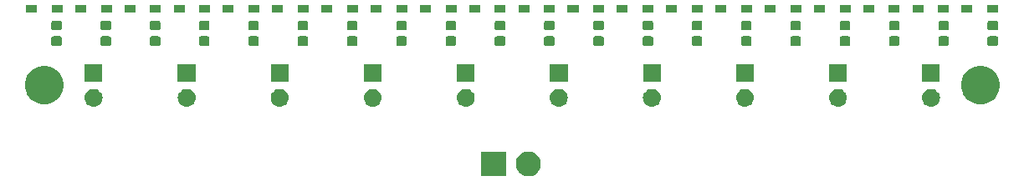
<source format=gbr>
G04 #@! TF.GenerationSoftware,KiCad,Pcbnew,(5.1.4)-1*
G04 #@! TF.CreationDate,2020-01-13T14:58:16-05:00*
G04 #@! TF.ProjectId,IRPanel,49525061-6e65-46c2-9e6b-696361645f70,rev?*
G04 #@! TF.SameCoordinates,Original*
G04 #@! TF.FileFunction,Soldermask,Top*
G04 #@! TF.FilePolarity,Negative*
%FSLAX46Y46*%
G04 Gerber Fmt 4.6, Leading zero omitted, Abs format (unit mm)*
G04 Created by KiCad (PCBNEW (5.1.4)-1) date 2020-01-13 14:58:16*
%MOMM*%
%LPD*%
G04 APERTURE LIST*
%ADD10C,0.100000*%
G04 APERTURE END LIST*
D10*
G36*
X154864903Y-91547075D02*
G01*
X155092571Y-91641378D01*
X155297466Y-91778285D01*
X155471715Y-91952534D01*
X155608622Y-92157429D01*
X155702925Y-92385097D01*
X155751000Y-92626787D01*
X155751000Y-92873213D01*
X155702925Y-93114903D01*
X155608622Y-93342571D01*
X155471715Y-93547466D01*
X155297466Y-93721715D01*
X155092571Y-93858622D01*
X155092570Y-93858623D01*
X155092569Y-93858623D01*
X154864903Y-93952925D01*
X154623214Y-94001000D01*
X154376786Y-94001000D01*
X154135097Y-93952925D01*
X153907431Y-93858623D01*
X153907430Y-93858623D01*
X153907429Y-93858622D01*
X153702534Y-93721715D01*
X153528285Y-93547466D01*
X153391378Y-93342571D01*
X153297075Y-93114903D01*
X153249000Y-92873213D01*
X153249000Y-92626787D01*
X153297075Y-92385097D01*
X153391378Y-92157429D01*
X153528285Y-91952534D01*
X153702534Y-91778285D01*
X153907429Y-91641378D01*
X154135097Y-91547075D01*
X154376786Y-91499000D01*
X154623214Y-91499000D01*
X154864903Y-91547075D01*
X154864903Y-91547075D01*
G37*
G36*
X152251000Y-94001000D02*
G01*
X149749000Y-94001000D01*
X149749000Y-91499000D01*
X152251000Y-91499000D01*
X152251000Y-94001000D01*
X152251000Y-94001000D01*
G37*
G36*
X176527104Y-85145518D02*
G01*
X176593289Y-85152037D01*
X176763128Y-85203557D01*
X176919653Y-85287222D01*
X176955391Y-85316552D01*
X177056848Y-85399814D01*
X177140110Y-85501271D01*
X177169440Y-85537009D01*
X177253105Y-85693534D01*
X177304625Y-85863373D01*
X177322021Y-86040000D01*
X177304625Y-86216627D01*
X177253105Y-86386466D01*
X177169440Y-86542991D01*
X177140110Y-86578729D01*
X177056848Y-86680186D01*
X176955391Y-86763448D01*
X176919653Y-86792778D01*
X176763128Y-86876443D01*
X176593289Y-86927963D01*
X176527104Y-86934482D01*
X176460922Y-86941000D01*
X176372402Y-86941000D01*
X176306220Y-86934482D01*
X176240035Y-86927963D01*
X176070196Y-86876443D01*
X175913671Y-86792778D01*
X175877933Y-86763448D01*
X175776476Y-86680186D01*
X175693214Y-86578729D01*
X175663884Y-86542991D01*
X175580219Y-86386466D01*
X175528699Y-86216627D01*
X175511303Y-86040000D01*
X175528699Y-85863373D01*
X175580219Y-85693534D01*
X175663884Y-85537009D01*
X175693214Y-85501271D01*
X175776476Y-85399814D01*
X175877933Y-85316552D01*
X175913671Y-85287222D01*
X176070196Y-85203557D01*
X176240035Y-85152037D01*
X176306220Y-85145518D01*
X176372402Y-85139000D01*
X176460922Y-85139000D01*
X176527104Y-85145518D01*
X176527104Y-85145518D01*
G37*
G36*
X157693772Y-85145518D02*
G01*
X157759957Y-85152037D01*
X157929796Y-85203557D01*
X158086321Y-85287222D01*
X158122059Y-85316552D01*
X158223516Y-85399814D01*
X158306778Y-85501271D01*
X158336108Y-85537009D01*
X158419773Y-85693534D01*
X158471293Y-85863373D01*
X158488689Y-86040000D01*
X158471293Y-86216627D01*
X158419773Y-86386466D01*
X158336108Y-86542991D01*
X158306778Y-86578729D01*
X158223516Y-86680186D01*
X158122059Y-86763448D01*
X158086321Y-86792778D01*
X157929796Y-86876443D01*
X157759957Y-86927963D01*
X157693772Y-86934482D01*
X157627590Y-86941000D01*
X157539070Y-86941000D01*
X157472888Y-86934482D01*
X157406703Y-86927963D01*
X157236864Y-86876443D01*
X157080339Y-86792778D01*
X157044601Y-86763448D01*
X156943144Y-86680186D01*
X156859882Y-86578729D01*
X156830552Y-86542991D01*
X156746887Y-86386466D01*
X156695367Y-86216627D01*
X156677971Y-86040000D01*
X156695367Y-85863373D01*
X156746887Y-85693534D01*
X156830552Y-85537009D01*
X156859882Y-85501271D01*
X156943144Y-85399814D01*
X157044601Y-85316552D01*
X157080339Y-85287222D01*
X157236864Y-85203557D01*
X157406703Y-85152037D01*
X157472888Y-85145518D01*
X157539070Y-85139000D01*
X157627590Y-85139000D01*
X157693772Y-85145518D01*
X157693772Y-85145518D01*
G37*
G36*
X110610442Y-85145518D02*
G01*
X110676627Y-85152037D01*
X110846466Y-85203557D01*
X111002991Y-85287222D01*
X111038729Y-85316552D01*
X111140186Y-85399814D01*
X111223448Y-85501271D01*
X111252778Y-85537009D01*
X111336443Y-85693534D01*
X111387963Y-85863373D01*
X111405359Y-86040000D01*
X111387963Y-86216627D01*
X111336443Y-86386466D01*
X111252778Y-86542991D01*
X111223448Y-86578729D01*
X111140186Y-86680186D01*
X111038729Y-86763448D01*
X111002991Y-86792778D01*
X110846466Y-86876443D01*
X110676627Y-86927963D01*
X110610442Y-86934482D01*
X110544260Y-86941000D01*
X110455740Y-86941000D01*
X110389558Y-86934482D01*
X110323373Y-86927963D01*
X110153534Y-86876443D01*
X109997009Y-86792778D01*
X109961271Y-86763448D01*
X109859814Y-86680186D01*
X109776552Y-86578729D01*
X109747222Y-86542991D01*
X109663557Y-86386466D01*
X109612037Y-86216627D01*
X109594641Y-86040000D01*
X109612037Y-85863373D01*
X109663557Y-85693534D01*
X109747222Y-85537009D01*
X109776552Y-85501271D01*
X109859814Y-85399814D01*
X109961271Y-85316552D01*
X109997009Y-85287222D01*
X110153534Y-85203557D01*
X110323373Y-85152037D01*
X110389558Y-85145518D01*
X110455740Y-85139000D01*
X110544260Y-85139000D01*
X110610442Y-85145518D01*
X110610442Y-85145518D01*
G37*
G36*
X120027108Y-85145518D02*
G01*
X120093293Y-85152037D01*
X120263132Y-85203557D01*
X120419657Y-85287222D01*
X120455395Y-85316552D01*
X120556852Y-85399814D01*
X120640114Y-85501271D01*
X120669444Y-85537009D01*
X120753109Y-85693534D01*
X120804629Y-85863373D01*
X120822025Y-86040000D01*
X120804629Y-86216627D01*
X120753109Y-86386466D01*
X120669444Y-86542991D01*
X120640114Y-86578729D01*
X120556852Y-86680186D01*
X120455395Y-86763448D01*
X120419657Y-86792778D01*
X120263132Y-86876443D01*
X120093293Y-86927963D01*
X120027108Y-86934482D01*
X119960926Y-86941000D01*
X119872406Y-86941000D01*
X119806224Y-86934482D01*
X119740039Y-86927963D01*
X119570200Y-86876443D01*
X119413675Y-86792778D01*
X119377937Y-86763448D01*
X119276480Y-86680186D01*
X119193218Y-86578729D01*
X119163888Y-86542991D01*
X119080223Y-86386466D01*
X119028703Y-86216627D01*
X119011307Y-86040000D01*
X119028703Y-85863373D01*
X119080223Y-85693534D01*
X119163888Y-85537009D01*
X119193218Y-85501271D01*
X119276480Y-85399814D01*
X119377937Y-85316552D01*
X119413675Y-85287222D01*
X119570200Y-85203557D01*
X119740039Y-85152037D01*
X119806224Y-85145518D01*
X119872406Y-85139000D01*
X119960926Y-85139000D01*
X120027108Y-85145518D01*
X120027108Y-85145518D01*
G37*
G36*
X185943770Y-85145518D02*
G01*
X186009955Y-85152037D01*
X186179794Y-85203557D01*
X186336319Y-85287222D01*
X186372057Y-85316552D01*
X186473514Y-85399814D01*
X186556776Y-85501271D01*
X186586106Y-85537009D01*
X186669771Y-85693534D01*
X186721291Y-85863373D01*
X186738687Y-86040000D01*
X186721291Y-86216627D01*
X186669771Y-86386466D01*
X186586106Y-86542991D01*
X186556776Y-86578729D01*
X186473514Y-86680186D01*
X186372057Y-86763448D01*
X186336319Y-86792778D01*
X186179794Y-86876443D01*
X186009955Y-86927963D01*
X185943770Y-86934482D01*
X185877588Y-86941000D01*
X185789068Y-86941000D01*
X185722886Y-86934482D01*
X185656701Y-86927963D01*
X185486862Y-86876443D01*
X185330337Y-86792778D01*
X185294599Y-86763448D01*
X185193142Y-86680186D01*
X185109880Y-86578729D01*
X185080550Y-86542991D01*
X184996885Y-86386466D01*
X184945365Y-86216627D01*
X184927969Y-86040000D01*
X184945365Y-85863373D01*
X184996885Y-85693534D01*
X185080550Y-85537009D01*
X185109880Y-85501271D01*
X185193142Y-85399814D01*
X185294599Y-85316552D01*
X185330337Y-85287222D01*
X185486862Y-85203557D01*
X185656701Y-85152037D01*
X185722886Y-85145518D01*
X185789068Y-85139000D01*
X185877588Y-85139000D01*
X185943770Y-85145518D01*
X185943770Y-85145518D01*
G37*
G36*
X195360442Y-85145518D02*
G01*
X195426627Y-85152037D01*
X195596466Y-85203557D01*
X195752991Y-85287222D01*
X195788729Y-85316552D01*
X195890186Y-85399814D01*
X195973448Y-85501271D01*
X196002778Y-85537009D01*
X196086443Y-85693534D01*
X196137963Y-85863373D01*
X196155359Y-86040000D01*
X196137963Y-86216627D01*
X196086443Y-86386466D01*
X196002778Y-86542991D01*
X195973448Y-86578729D01*
X195890186Y-86680186D01*
X195788729Y-86763448D01*
X195752991Y-86792778D01*
X195596466Y-86876443D01*
X195426627Y-86927963D01*
X195360442Y-86934482D01*
X195294260Y-86941000D01*
X195205740Y-86941000D01*
X195139558Y-86934482D01*
X195073373Y-86927963D01*
X194903534Y-86876443D01*
X194747009Y-86792778D01*
X194711271Y-86763448D01*
X194609814Y-86680186D01*
X194526552Y-86578729D01*
X194497222Y-86542991D01*
X194413557Y-86386466D01*
X194362037Y-86216627D01*
X194344641Y-86040000D01*
X194362037Y-85863373D01*
X194413557Y-85693534D01*
X194497222Y-85537009D01*
X194526552Y-85501271D01*
X194609814Y-85399814D01*
X194711271Y-85316552D01*
X194747009Y-85287222D01*
X194903534Y-85203557D01*
X195073373Y-85152037D01*
X195139558Y-85145518D01*
X195205740Y-85139000D01*
X195294260Y-85139000D01*
X195360442Y-85145518D01*
X195360442Y-85145518D01*
G37*
G36*
X148277106Y-85145518D02*
G01*
X148343291Y-85152037D01*
X148513130Y-85203557D01*
X148669655Y-85287222D01*
X148705393Y-85316552D01*
X148806850Y-85399814D01*
X148890112Y-85501271D01*
X148919442Y-85537009D01*
X149003107Y-85693534D01*
X149054627Y-85863373D01*
X149072023Y-86040000D01*
X149054627Y-86216627D01*
X149003107Y-86386466D01*
X148919442Y-86542991D01*
X148890112Y-86578729D01*
X148806850Y-86680186D01*
X148705393Y-86763448D01*
X148669655Y-86792778D01*
X148513130Y-86876443D01*
X148343291Y-86927963D01*
X148277106Y-86934482D01*
X148210924Y-86941000D01*
X148122404Y-86941000D01*
X148056222Y-86934482D01*
X147990037Y-86927963D01*
X147820198Y-86876443D01*
X147663673Y-86792778D01*
X147627935Y-86763448D01*
X147526478Y-86680186D01*
X147443216Y-86578729D01*
X147413886Y-86542991D01*
X147330221Y-86386466D01*
X147278701Y-86216627D01*
X147261305Y-86040000D01*
X147278701Y-85863373D01*
X147330221Y-85693534D01*
X147413886Y-85537009D01*
X147443216Y-85501271D01*
X147526478Y-85399814D01*
X147627935Y-85316552D01*
X147663673Y-85287222D01*
X147820198Y-85203557D01*
X147990037Y-85152037D01*
X148056222Y-85145518D01*
X148122404Y-85139000D01*
X148210924Y-85139000D01*
X148277106Y-85145518D01*
X148277106Y-85145518D01*
G37*
G36*
X129443774Y-85145518D02*
G01*
X129509959Y-85152037D01*
X129679798Y-85203557D01*
X129836323Y-85287222D01*
X129872061Y-85316552D01*
X129973518Y-85399814D01*
X130056780Y-85501271D01*
X130086110Y-85537009D01*
X130169775Y-85693534D01*
X130221295Y-85863373D01*
X130238691Y-86040000D01*
X130221295Y-86216627D01*
X130169775Y-86386466D01*
X130086110Y-86542991D01*
X130056780Y-86578729D01*
X129973518Y-86680186D01*
X129872061Y-86763448D01*
X129836323Y-86792778D01*
X129679798Y-86876443D01*
X129509959Y-86927963D01*
X129443774Y-86934482D01*
X129377592Y-86941000D01*
X129289072Y-86941000D01*
X129222890Y-86934482D01*
X129156705Y-86927963D01*
X128986866Y-86876443D01*
X128830341Y-86792778D01*
X128794603Y-86763448D01*
X128693146Y-86680186D01*
X128609884Y-86578729D01*
X128580554Y-86542991D01*
X128496889Y-86386466D01*
X128445369Y-86216627D01*
X128427973Y-86040000D01*
X128445369Y-85863373D01*
X128496889Y-85693534D01*
X128580554Y-85537009D01*
X128609884Y-85501271D01*
X128693146Y-85399814D01*
X128794603Y-85316552D01*
X128830341Y-85287222D01*
X128986866Y-85203557D01*
X129156705Y-85152037D01*
X129222890Y-85145518D01*
X129289072Y-85139000D01*
X129377592Y-85139000D01*
X129443774Y-85145518D01*
X129443774Y-85145518D01*
G37*
G36*
X138860440Y-85145518D02*
G01*
X138926625Y-85152037D01*
X139096464Y-85203557D01*
X139252989Y-85287222D01*
X139288727Y-85316552D01*
X139390184Y-85399814D01*
X139473446Y-85501271D01*
X139502776Y-85537009D01*
X139586441Y-85693534D01*
X139637961Y-85863373D01*
X139655357Y-86040000D01*
X139637961Y-86216627D01*
X139586441Y-86386466D01*
X139502776Y-86542991D01*
X139473446Y-86578729D01*
X139390184Y-86680186D01*
X139288727Y-86763448D01*
X139252989Y-86792778D01*
X139096464Y-86876443D01*
X138926625Y-86927963D01*
X138860440Y-86934482D01*
X138794258Y-86941000D01*
X138705738Y-86941000D01*
X138639556Y-86934482D01*
X138573371Y-86927963D01*
X138403532Y-86876443D01*
X138247007Y-86792778D01*
X138211269Y-86763448D01*
X138109812Y-86680186D01*
X138026550Y-86578729D01*
X137997220Y-86542991D01*
X137913555Y-86386466D01*
X137862035Y-86216627D01*
X137844639Y-86040000D01*
X137862035Y-85863373D01*
X137913555Y-85693534D01*
X137997220Y-85537009D01*
X138026550Y-85501271D01*
X138109812Y-85399814D01*
X138211269Y-85316552D01*
X138247007Y-85287222D01*
X138403532Y-85203557D01*
X138573371Y-85152037D01*
X138639556Y-85145518D01*
X138705738Y-85139000D01*
X138794258Y-85139000D01*
X138860440Y-85145518D01*
X138860440Y-85145518D01*
G37*
G36*
X167110438Y-85145518D02*
G01*
X167176623Y-85152037D01*
X167346462Y-85203557D01*
X167502987Y-85287222D01*
X167538725Y-85316552D01*
X167640182Y-85399814D01*
X167723444Y-85501271D01*
X167752774Y-85537009D01*
X167836439Y-85693534D01*
X167887959Y-85863373D01*
X167905355Y-86040000D01*
X167887959Y-86216627D01*
X167836439Y-86386466D01*
X167752774Y-86542991D01*
X167723444Y-86578729D01*
X167640182Y-86680186D01*
X167538725Y-86763448D01*
X167502987Y-86792778D01*
X167346462Y-86876443D01*
X167176623Y-86927963D01*
X167110438Y-86934482D01*
X167044256Y-86941000D01*
X166955736Y-86941000D01*
X166889554Y-86934482D01*
X166823369Y-86927963D01*
X166653530Y-86876443D01*
X166497005Y-86792778D01*
X166461267Y-86763448D01*
X166359810Y-86680186D01*
X166276548Y-86578729D01*
X166247218Y-86542991D01*
X166163553Y-86386466D01*
X166112033Y-86216627D01*
X166094637Y-86040000D01*
X166112033Y-85863373D01*
X166163553Y-85693534D01*
X166247218Y-85537009D01*
X166276548Y-85501271D01*
X166359810Y-85399814D01*
X166461267Y-85316552D01*
X166497005Y-85287222D01*
X166653530Y-85203557D01*
X166823369Y-85152037D01*
X166889554Y-85145518D01*
X166955736Y-85139000D01*
X167044256Y-85139000D01*
X167110438Y-85145518D01*
X167110438Y-85145518D01*
G37*
G36*
X106069085Y-82873975D02*
G01*
X106424143Y-83021045D01*
X106424145Y-83021046D01*
X106743690Y-83234559D01*
X107015441Y-83506310D01*
X107228954Y-83825855D01*
X107228955Y-83825857D01*
X107376025Y-84180915D01*
X107451000Y-84557842D01*
X107451000Y-84942158D01*
X107376025Y-85319085D01*
X107285757Y-85537011D01*
X107228954Y-85674145D01*
X107015441Y-85993690D01*
X106743690Y-86265441D01*
X106424145Y-86478954D01*
X106424144Y-86478955D01*
X106424143Y-86478955D01*
X106069085Y-86626025D01*
X105692158Y-86701000D01*
X105307842Y-86701000D01*
X104930915Y-86626025D01*
X104575857Y-86478955D01*
X104575856Y-86478955D01*
X104575855Y-86478954D01*
X104256310Y-86265441D01*
X103984559Y-85993690D01*
X103771046Y-85674145D01*
X103714243Y-85537011D01*
X103623975Y-85319085D01*
X103549000Y-84942158D01*
X103549000Y-84557842D01*
X103623975Y-84180915D01*
X103771045Y-83825857D01*
X103771046Y-83825855D01*
X103984559Y-83506310D01*
X104256310Y-83234559D01*
X104575855Y-83021046D01*
X104575857Y-83021045D01*
X104930915Y-82873975D01*
X105307842Y-82799000D01*
X105692158Y-82799000D01*
X106069085Y-82873975D01*
X106069085Y-82873975D01*
G37*
G36*
X200819085Y-82873975D02*
G01*
X201174143Y-83021045D01*
X201174145Y-83021046D01*
X201493690Y-83234559D01*
X201765441Y-83506310D01*
X201978954Y-83825855D01*
X201978955Y-83825857D01*
X202126025Y-84180915D01*
X202201000Y-84557842D01*
X202201000Y-84942158D01*
X202126025Y-85319085D01*
X202035757Y-85537011D01*
X201978954Y-85674145D01*
X201765441Y-85993690D01*
X201493690Y-86265441D01*
X201174145Y-86478954D01*
X201174144Y-86478955D01*
X201174143Y-86478955D01*
X200819085Y-86626025D01*
X200442158Y-86701000D01*
X200057842Y-86701000D01*
X199680915Y-86626025D01*
X199325857Y-86478955D01*
X199325856Y-86478955D01*
X199325855Y-86478954D01*
X199006310Y-86265441D01*
X198734559Y-85993690D01*
X198521046Y-85674145D01*
X198464243Y-85537011D01*
X198373975Y-85319085D01*
X198299000Y-84942158D01*
X198299000Y-84557842D01*
X198373975Y-84180915D01*
X198521045Y-83825857D01*
X198521046Y-83825855D01*
X198734559Y-83506310D01*
X199006310Y-83234559D01*
X199325855Y-83021046D01*
X199325857Y-83021045D01*
X199680915Y-82873975D01*
X200057842Y-82799000D01*
X200442158Y-82799000D01*
X200819085Y-82873975D01*
X200819085Y-82873975D01*
G37*
G36*
X177317662Y-84401000D02*
G01*
X175515662Y-84401000D01*
X175515662Y-82599000D01*
X177317662Y-82599000D01*
X177317662Y-84401000D01*
X177317662Y-84401000D01*
G37*
G36*
X111401000Y-84401000D02*
G01*
X109599000Y-84401000D01*
X109599000Y-82599000D01*
X111401000Y-82599000D01*
X111401000Y-84401000D01*
X111401000Y-84401000D01*
G37*
G36*
X120817666Y-84401000D02*
G01*
X119015666Y-84401000D01*
X119015666Y-82599000D01*
X120817666Y-82599000D01*
X120817666Y-84401000D01*
X120817666Y-84401000D01*
G37*
G36*
X139650998Y-84401000D02*
G01*
X137848998Y-84401000D01*
X137848998Y-82599000D01*
X139650998Y-82599000D01*
X139650998Y-84401000D01*
X139650998Y-84401000D01*
G37*
G36*
X130234332Y-84401000D02*
G01*
X128432332Y-84401000D01*
X128432332Y-82599000D01*
X130234332Y-82599000D01*
X130234332Y-84401000D01*
X130234332Y-84401000D01*
G37*
G36*
X186734328Y-84401000D02*
G01*
X184932328Y-84401000D01*
X184932328Y-82599000D01*
X186734328Y-82599000D01*
X186734328Y-84401000D01*
X186734328Y-84401000D01*
G37*
G36*
X196151000Y-84401000D02*
G01*
X194349000Y-84401000D01*
X194349000Y-82599000D01*
X196151000Y-82599000D01*
X196151000Y-84401000D01*
X196151000Y-84401000D01*
G37*
G36*
X167900996Y-84401000D02*
G01*
X166098996Y-84401000D01*
X166098996Y-82599000D01*
X167900996Y-82599000D01*
X167900996Y-84401000D01*
X167900996Y-84401000D01*
G37*
G36*
X149067664Y-84401000D02*
G01*
X147265664Y-84401000D01*
X147265664Y-82599000D01*
X149067664Y-82599000D01*
X149067664Y-84401000D01*
X149067664Y-84401000D01*
G37*
G36*
X158484330Y-84401000D02*
G01*
X156682330Y-84401000D01*
X156682330Y-82599000D01*
X158484330Y-82599000D01*
X158484330Y-84401000D01*
X158484330Y-84401000D01*
G37*
G36*
X171958537Y-79803085D02*
G01*
X171992515Y-79813393D01*
X172023836Y-79830134D01*
X172051285Y-79852661D01*
X172073812Y-79880110D01*
X172090553Y-79911431D01*
X172100861Y-79945409D01*
X172104946Y-79986890D01*
X172104946Y-80588110D01*
X172100861Y-80629591D01*
X172090553Y-80663569D01*
X172073812Y-80694890D01*
X172051285Y-80722339D01*
X172023836Y-80744866D01*
X171992515Y-80761607D01*
X171958537Y-80771915D01*
X171917056Y-80776000D01*
X171240836Y-80776000D01*
X171199355Y-80771915D01*
X171165377Y-80761607D01*
X171134056Y-80744866D01*
X171106607Y-80722339D01*
X171084080Y-80694890D01*
X171067339Y-80663569D01*
X171057031Y-80629591D01*
X171052946Y-80588110D01*
X171052946Y-79986890D01*
X171057031Y-79945409D01*
X171067339Y-79911431D01*
X171084080Y-79880110D01*
X171106607Y-79852661D01*
X171134056Y-79830134D01*
X171165377Y-79813393D01*
X171199355Y-79803085D01*
X171240836Y-79799000D01*
X171917056Y-79799000D01*
X171958537Y-79803085D01*
X171958537Y-79803085D01*
G37*
G36*
X107129591Y-79803085D02*
G01*
X107163569Y-79813393D01*
X107194890Y-79830134D01*
X107222339Y-79852661D01*
X107244866Y-79880110D01*
X107261607Y-79911431D01*
X107271915Y-79945409D01*
X107276000Y-79986890D01*
X107276000Y-80588110D01*
X107271915Y-80629591D01*
X107261607Y-80663569D01*
X107244866Y-80694890D01*
X107222339Y-80722339D01*
X107194890Y-80744866D01*
X107163569Y-80761607D01*
X107129591Y-80771915D01*
X107088110Y-80776000D01*
X106411890Y-80776000D01*
X106370409Y-80771915D01*
X106336431Y-80761607D01*
X106305110Y-80744866D01*
X106277661Y-80722339D01*
X106255134Y-80694890D01*
X106238393Y-80663569D01*
X106228085Y-80629591D01*
X106224000Y-80588110D01*
X106224000Y-79986890D01*
X106228085Y-79945409D01*
X106238393Y-79911431D01*
X106255134Y-79880110D01*
X106277661Y-79852661D01*
X106305110Y-79830134D01*
X106336431Y-79813393D01*
X106370409Y-79803085D01*
X106411890Y-79799000D01*
X107088110Y-79799000D01*
X107129591Y-79803085D01*
X107129591Y-79803085D01*
G37*
G36*
X112116433Y-79803085D02*
G01*
X112150411Y-79813393D01*
X112181732Y-79830134D01*
X112209181Y-79852661D01*
X112231708Y-79880110D01*
X112248449Y-79911431D01*
X112258757Y-79945409D01*
X112262842Y-79986890D01*
X112262842Y-80588110D01*
X112258757Y-80629591D01*
X112248449Y-80663569D01*
X112231708Y-80694890D01*
X112209181Y-80722339D01*
X112181732Y-80744866D01*
X112150411Y-80761607D01*
X112116433Y-80771915D01*
X112074952Y-80776000D01*
X111398732Y-80776000D01*
X111357251Y-80771915D01*
X111323273Y-80761607D01*
X111291952Y-80744866D01*
X111264503Y-80722339D01*
X111241976Y-80694890D01*
X111225235Y-80663569D01*
X111214927Y-80629591D01*
X111210842Y-80588110D01*
X111210842Y-79986890D01*
X111214927Y-79945409D01*
X111225235Y-79911431D01*
X111241976Y-79880110D01*
X111264503Y-79852661D01*
X111291952Y-79830134D01*
X111323273Y-79813393D01*
X111357251Y-79803085D01*
X111398732Y-79799000D01*
X112074952Y-79799000D01*
X112116433Y-79803085D01*
X112116433Y-79803085D01*
G37*
G36*
X117103275Y-79803085D02*
G01*
X117137253Y-79813393D01*
X117168574Y-79830134D01*
X117196023Y-79852661D01*
X117218550Y-79880110D01*
X117235291Y-79911431D01*
X117245599Y-79945409D01*
X117249684Y-79986890D01*
X117249684Y-80588110D01*
X117245599Y-80629591D01*
X117235291Y-80663569D01*
X117218550Y-80694890D01*
X117196023Y-80722339D01*
X117168574Y-80744866D01*
X117137253Y-80761607D01*
X117103275Y-80771915D01*
X117061794Y-80776000D01*
X116385574Y-80776000D01*
X116344093Y-80771915D01*
X116310115Y-80761607D01*
X116278794Y-80744866D01*
X116251345Y-80722339D01*
X116228818Y-80694890D01*
X116212077Y-80663569D01*
X116201769Y-80629591D01*
X116197684Y-80588110D01*
X116197684Y-79986890D01*
X116201769Y-79945409D01*
X116212077Y-79911431D01*
X116228818Y-79880110D01*
X116251345Y-79852661D01*
X116278794Y-79830134D01*
X116310115Y-79813393D01*
X116344093Y-79803085D01*
X116385574Y-79799000D01*
X117061794Y-79799000D01*
X117103275Y-79803085D01*
X117103275Y-79803085D01*
G37*
G36*
X122090117Y-79803085D02*
G01*
X122124095Y-79813393D01*
X122155416Y-79830134D01*
X122182865Y-79852661D01*
X122205392Y-79880110D01*
X122222133Y-79911431D01*
X122232441Y-79945409D01*
X122236526Y-79986890D01*
X122236526Y-80588110D01*
X122232441Y-80629591D01*
X122222133Y-80663569D01*
X122205392Y-80694890D01*
X122182865Y-80722339D01*
X122155416Y-80744866D01*
X122124095Y-80761607D01*
X122090117Y-80771915D01*
X122048636Y-80776000D01*
X121372416Y-80776000D01*
X121330935Y-80771915D01*
X121296957Y-80761607D01*
X121265636Y-80744866D01*
X121238187Y-80722339D01*
X121215660Y-80694890D01*
X121198919Y-80663569D01*
X121188611Y-80629591D01*
X121184526Y-80588110D01*
X121184526Y-79986890D01*
X121188611Y-79945409D01*
X121198919Y-79911431D01*
X121215660Y-79880110D01*
X121238187Y-79852661D01*
X121265636Y-79830134D01*
X121296957Y-79813393D01*
X121330935Y-79803085D01*
X121372416Y-79799000D01*
X122048636Y-79799000D01*
X122090117Y-79803085D01*
X122090117Y-79803085D01*
G37*
G36*
X127076959Y-79803085D02*
G01*
X127110937Y-79813393D01*
X127142258Y-79830134D01*
X127169707Y-79852661D01*
X127192234Y-79880110D01*
X127208975Y-79911431D01*
X127219283Y-79945409D01*
X127223368Y-79986890D01*
X127223368Y-80588110D01*
X127219283Y-80629591D01*
X127208975Y-80663569D01*
X127192234Y-80694890D01*
X127169707Y-80722339D01*
X127142258Y-80744866D01*
X127110937Y-80761607D01*
X127076959Y-80771915D01*
X127035478Y-80776000D01*
X126359258Y-80776000D01*
X126317777Y-80771915D01*
X126283799Y-80761607D01*
X126252478Y-80744866D01*
X126225029Y-80722339D01*
X126202502Y-80694890D01*
X126185761Y-80663569D01*
X126175453Y-80629591D01*
X126171368Y-80588110D01*
X126171368Y-79986890D01*
X126175453Y-79945409D01*
X126185761Y-79911431D01*
X126202502Y-79880110D01*
X126225029Y-79852661D01*
X126252478Y-79830134D01*
X126283799Y-79813393D01*
X126317777Y-79803085D01*
X126359258Y-79799000D01*
X127035478Y-79799000D01*
X127076959Y-79803085D01*
X127076959Y-79803085D01*
G37*
G36*
X132063801Y-79803085D02*
G01*
X132097779Y-79813393D01*
X132129100Y-79830134D01*
X132156549Y-79852661D01*
X132179076Y-79880110D01*
X132195817Y-79911431D01*
X132206125Y-79945409D01*
X132210210Y-79986890D01*
X132210210Y-80588110D01*
X132206125Y-80629591D01*
X132195817Y-80663569D01*
X132179076Y-80694890D01*
X132156549Y-80722339D01*
X132129100Y-80744866D01*
X132097779Y-80761607D01*
X132063801Y-80771915D01*
X132022320Y-80776000D01*
X131346100Y-80776000D01*
X131304619Y-80771915D01*
X131270641Y-80761607D01*
X131239320Y-80744866D01*
X131211871Y-80722339D01*
X131189344Y-80694890D01*
X131172603Y-80663569D01*
X131162295Y-80629591D01*
X131158210Y-80588110D01*
X131158210Y-79986890D01*
X131162295Y-79945409D01*
X131172603Y-79911431D01*
X131189344Y-79880110D01*
X131211871Y-79852661D01*
X131239320Y-79830134D01*
X131270641Y-79813393D01*
X131304619Y-79803085D01*
X131346100Y-79799000D01*
X132022320Y-79799000D01*
X132063801Y-79803085D01*
X132063801Y-79803085D01*
G37*
G36*
X137050643Y-79803085D02*
G01*
X137084621Y-79813393D01*
X137115942Y-79830134D01*
X137143391Y-79852661D01*
X137165918Y-79880110D01*
X137182659Y-79911431D01*
X137192967Y-79945409D01*
X137197052Y-79986890D01*
X137197052Y-80588110D01*
X137192967Y-80629591D01*
X137182659Y-80663569D01*
X137165918Y-80694890D01*
X137143391Y-80722339D01*
X137115942Y-80744866D01*
X137084621Y-80761607D01*
X137050643Y-80771915D01*
X137009162Y-80776000D01*
X136332942Y-80776000D01*
X136291461Y-80771915D01*
X136257483Y-80761607D01*
X136226162Y-80744866D01*
X136198713Y-80722339D01*
X136176186Y-80694890D01*
X136159445Y-80663569D01*
X136149137Y-80629591D01*
X136145052Y-80588110D01*
X136145052Y-79986890D01*
X136149137Y-79945409D01*
X136159445Y-79911431D01*
X136176186Y-79880110D01*
X136198713Y-79852661D01*
X136226162Y-79830134D01*
X136257483Y-79813393D01*
X136291461Y-79803085D01*
X136332942Y-79799000D01*
X137009162Y-79799000D01*
X137050643Y-79803085D01*
X137050643Y-79803085D01*
G37*
G36*
X142037485Y-79803085D02*
G01*
X142071463Y-79813393D01*
X142102784Y-79830134D01*
X142130233Y-79852661D01*
X142152760Y-79880110D01*
X142169501Y-79911431D01*
X142179809Y-79945409D01*
X142183894Y-79986890D01*
X142183894Y-80588110D01*
X142179809Y-80629591D01*
X142169501Y-80663569D01*
X142152760Y-80694890D01*
X142130233Y-80722339D01*
X142102784Y-80744866D01*
X142071463Y-80761607D01*
X142037485Y-80771915D01*
X141996004Y-80776000D01*
X141319784Y-80776000D01*
X141278303Y-80771915D01*
X141244325Y-80761607D01*
X141213004Y-80744866D01*
X141185555Y-80722339D01*
X141163028Y-80694890D01*
X141146287Y-80663569D01*
X141135979Y-80629591D01*
X141131894Y-80588110D01*
X141131894Y-79986890D01*
X141135979Y-79945409D01*
X141146287Y-79911431D01*
X141163028Y-79880110D01*
X141185555Y-79852661D01*
X141213004Y-79830134D01*
X141244325Y-79813393D01*
X141278303Y-79803085D01*
X141319784Y-79799000D01*
X141996004Y-79799000D01*
X142037485Y-79803085D01*
X142037485Y-79803085D01*
G37*
G36*
X147024327Y-79803085D02*
G01*
X147058305Y-79813393D01*
X147089626Y-79830134D01*
X147117075Y-79852661D01*
X147139602Y-79880110D01*
X147156343Y-79911431D01*
X147166651Y-79945409D01*
X147170736Y-79986890D01*
X147170736Y-80588110D01*
X147166651Y-80629591D01*
X147156343Y-80663569D01*
X147139602Y-80694890D01*
X147117075Y-80722339D01*
X147089626Y-80744866D01*
X147058305Y-80761607D01*
X147024327Y-80771915D01*
X146982846Y-80776000D01*
X146306626Y-80776000D01*
X146265145Y-80771915D01*
X146231167Y-80761607D01*
X146199846Y-80744866D01*
X146172397Y-80722339D01*
X146149870Y-80694890D01*
X146133129Y-80663569D01*
X146122821Y-80629591D01*
X146118736Y-80588110D01*
X146118736Y-79986890D01*
X146122821Y-79945409D01*
X146133129Y-79911431D01*
X146149870Y-79880110D01*
X146172397Y-79852661D01*
X146199846Y-79830134D01*
X146231167Y-79813393D01*
X146265145Y-79803085D01*
X146306626Y-79799000D01*
X146982846Y-79799000D01*
X147024327Y-79803085D01*
X147024327Y-79803085D01*
G37*
G36*
X156998011Y-79803085D02*
G01*
X157031989Y-79813393D01*
X157063310Y-79830134D01*
X157090759Y-79852661D01*
X157113286Y-79880110D01*
X157130027Y-79911431D01*
X157140335Y-79945409D01*
X157144420Y-79986890D01*
X157144420Y-80588110D01*
X157140335Y-80629591D01*
X157130027Y-80663569D01*
X157113286Y-80694890D01*
X157090759Y-80722339D01*
X157063310Y-80744866D01*
X157031989Y-80761607D01*
X156998011Y-80771915D01*
X156956530Y-80776000D01*
X156280310Y-80776000D01*
X156238829Y-80771915D01*
X156204851Y-80761607D01*
X156173530Y-80744866D01*
X156146081Y-80722339D01*
X156123554Y-80694890D01*
X156106813Y-80663569D01*
X156096505Y-80629591D01*
X156092420Y-80588110D01*
X156092420Y-79986890D01*
X156096505Y-79945409D01*
X156106813Y-79911431D01*
X156123554Y-79880110D01*
X156146081Y-79852661D01*
X156173530Y-79830134D01*
X156204851Y-79813393D01*
X156238829Y-79803085D01*
X156280310Y-79799000D01*
X156956530Y-79799000D01*
X156998011Y-79803085D01*
X156998011Y-79803085D01*
G37*
G36*
X161984853Y-79803085D02*
G01*
X162018831Y-79813393D01*
X162050152Y-79830134D01*
X162077601Y-79852661D01*
X162100128Y-79880110D01*
X162116869Y-79911431D01*
X162127177Y-79945409D01*
X162131262Y-79986890D01*
X162131262Y-80588110D01*
X162127177Y-80629591D01*
X162116869Y-80663569D01*
X162100128Y-80694890D01*
X162077601Y-80722339D01*
X162050152Y-80744866D01*
X162018831Y-80761607D01*
X161984853Y-80771915D01*
X161943372Y-80776000D01*
X161267152Y-80776000D01*
X161225671Y-80771915D01*
X161191693Y-80761607D01*
X161160372Y-80744866D01*
X161132923Y-80722339D01*
X161110396Y-80694890D01*
X161093655Y-80663569D01*
X161083347Y-80629591D01*
X161079262Y-80588110D01*
X161079262Y-79986890D01*
X161083347Y-79945409D01*
X161093655Y-79911431D01*
X161110396Y-79880110D01*
X161132923Y-79852661D01*
X161160372Y-79830134D01*
X161191693Y-79813393D01*
X161225671Y-79803085D01*
X161267152Y-79799000D01*
X161943372Y-79799000D01*
X161984853Y-79803085D01*
X161984853Y-79803085D01*
G37*
G36*
X166971695Y-79803085D02*
G01*
X167005673Y-79813393D01*
X167036994Y-79830134D01*
X167064443Y-79852661D01*
X167086970Y-79880110D01*
X167103711Y-79911431D01*
X167114019Y-79945409D01*
X167118104Y-79986890D01*
X167118104Y-80588110D01*
X167114019Y-80629591D01*
X167103711Y-80663569D01*
X167086970Y-80694890D01*
X167064443Y-80722339D01*
X167036994Y-80744866D01*
X167005673Y-80761607D01*
X166971695Y-80771915D01*
X166930214Y-80776000D01*
X166253994Y-80776000D01*
X166212513Y-80771915D01*
X166178535Y-80761607D01*
X166147214Y-80744866D01*
X166119765Y-80722339D01*
X166097238Y-80694890D01*
X166080497Y-80663569D01*
X166070189Y-80629591D01*
X166066104Y-80588110D01*
X166066104Y-79986890D01*
X166070189Y-79945409D01*
X166080497Y-79911431D01*
X166097238Y-79880110D01*
X166119765Y-79852661D01*
X166147214Y-79830134D01*
X166178535Y-79813393D01*
X166212513Y-79803085D01*
X166253994Y-79799000D01*
X166930214Y-79799000D01*
X166971695Y-79803085D01*
X166971695Y-79803085D01*
G37*
G36*
X196892747Y-79803085D02*
G01*
X196926725Y-79813393D01*
X196958046Y-79830134D01*
X196985495Y-79852661D01*
X197008022Y-79880110D01*
X197024763Y-79911431D01*
X197035071Y-79945409D01*
X197039156Y-79986890D01*
X197039156Y-80588110D01*
X197035071Y-80629591D01*
X197024763Y-80663569D01*
X197008022Y-80694890D01*
X196985495Y-80722339D01*
X196958046Y-80744866D01*
X196926725Y-80761607D01*
X196892747Y-80771915D01*
X196851266Y-80776000D01*
X196175046Y-80776000D01*
X196133565Y-80771915D01*
X196099587Y-80761607D01*
X196068266Y-80744866D01*
X196040817Y-80722339D01*
X196018290Y-80694890D01*
X196001549Y-80663569D01*
X195991241Y-80629591D01*
X195987156Y-80588110D01*
X195987156Y-79986890D01*
X195991241Y-79945409D01*
X196001549Y-79911431D01*
X196018290Y-79880110D01*
X196040817Y-79852661D01*
X196068266Y-79830134D01*
X196099587Y-79813393D01*
X196133565Y-79803085D01*
X196175046Y-79799000D01*
X196851266Y-79799000D01*
X196892747Y-79803085D01*
X196892747Y-79803085D01*
G37*
G36*
X191905905Y-79803085D02*
G01*
X191939883Y-79813393D01*
X191971204Y-79830134D01*
X191998653Y-79852661D01*
X192021180Y-79880110D01*
X192037921Y-79911431D01*
X192048229Y-79945409D01*
X192052314Y-79986890D01*
X192052314Y-80588110D01*
X192048229Y-80629591D01*
X192037921Y-80663569D01*
X192021180Y-80694890D01*
X191998653Y-80722339D01*
X191971204Y-80744866D01*
X191939883Y-80761607D01*
X191905905Y-80771915D01*
X191864424Y-80776000D01*
X191188204Y-80776000D01*
X191146723Y-80771915D01*
X191112745Y-80761607D01*
X191081424Y-80744866D01*
X191053975Y-80722339D01*
X191031448Y-80694890D01*
X191014707Y-80663569D01*
X191004399Y-80629591D01*
X191000314Y-80588110D01*
X191000314Y-79986890D01*
X191004399Y-79945409D01*
X191014707Y-79911431D01*
X191031448Y-79880110D01*
X191053975Y-79852661D01*
X191081424Y-79830134D01*
X191112745Y-79813393D01*
X191146723Y-79803085D01*
X191188204Y-79799000D01*
X191864424Y-79799000D01*
X191905905Y-79803085D01*
X191905905Y-79803085D01*
G37*
G36*
X186919063Y-79803085D02*
G01*
X186953041Y-79813393D01*
X186984362Y-79830134D01*
X187011811Y-79852661D01*
X187034338Y-79880110D01*
X187051079Y-79911431D01*
X187061387Y-79945409D01*
X187065472Y-79986890D01*
X187065472Y-80588110D01*
X187061387Y-80629591D01*
X187051079Y-80663569D01*
X187034338Y-80694890D01*
X187011811Y-80722339D01*
X186984362Y-80744866D01*
X186953041Y-80761607D01*
X186919063Y-80771915D01*
X186877582Y-80776000D01*
X186201362Y-80776000D01*
X186159881Y-80771915D01*
X186125903Y-80761607D01*
X186094582Y-80744866D01*
X186067133Y-80722339D01*
X186044606Y-80694890D01*
X186027865Y-80663569D01*
X186017557Y-80629591D01*
X186013472Y-80588110D01*
X186013472Y-79986890D01*
X186017557Y-79945409D01*
X186027865Y-79911431D01*
X186044606Y-79880110D01*
X186067133Y-79852661D01*
X186094582Y-79830134D01*
X186125903Y-79813393D01*
X186159881Y-79803085D01*
X186201362Y-79799000D01*
X186877582Y-79799000D01*
X186919063Y-79803085D01*
X186919063Y-79803085D01*
G37*
G36*
X152011169Y-79803085D02*
G01*
X152045147Y-79813393D01*
X152076468Y-79830134D01*
X152103917Y-79852661D01*
X152126444Y-79880110D01*
X152143185Y-79911431D01*
X152153493Y-79945409D01*
X152157578Y-79986890D01*
X152157578Y-80588110D01*
X152153493Y-80629591D01*
X152143185Y-80663569D01*
X152126444Y-80694890D01*
X152103917Y-80722339D01*
X152076468Y-80744866D01*
X152045147Y-80761607D01*
X152011169Y-80771915D01*
X151969688Y-80776000D01*
X151293468Y-80776000D01*
X151251987Y-80771915D01*
X151218009Y-80761607D01*
X151186688Y-80744866D01*
X151159239Y-80722339D01*
X151136712Y-80694890D01*
X151119971Y-80663569D01*
X151109663Y-80629591D01*
X151105578Y-80588110D01*
X151105578Y-79986890D01*
X151109663Y-79945409D01*
X151119971Y-79911431D01*
X151136712Y-79880110D01*
X151159239Y-79852661D01*
X151186688Y-79830134D01*
X151218009Y-79813393D01*
X151251987Y-79803085D01*
X151293468Y-79799000D01*
X151969688Y-79799000D01*
X152011169Y-79803085D01*
X152011169Y-79803085D01*
G37*
G36*
X181932221Y-79803085D02*
G01*
X181966199Y-79813393D01*
X181997520Y-79830134D01*
X182024969Y-79852661D01*
X182047496Y-79880110D01*
X182064237Y-79911431D01*
X182074545Y-79945409D01*
X182078630Y-79986890D01*
X182078630Y-80588110D01*
X182074545Y-80629591D01*
X182064237Y-80663569D01*
X182047496Y-80694890D01*
X182024969Y-80722339D01*
X181997520Y-80744866D01*
X181966199Y-80761607D01*
X181932221Y-80771915D01*
X181890740Y-80776000D01*
X181214520Y-80776000D01*
X181173039Y-80771915D01*
X181139061Y-80761607D01*
X181107740Y-80744866D01*
X181080291Y-80722339D01*
X181057764Y-80694890D01*
X181041023Y-80663569D01*
X181030715Y-80629591D01*
X181026630Y-80588110D01*
X181026630Y-79986890D01*
X181030715Y-79945409D01*
X181041023Y-79911431D01*
X181057764Y-79880110D01*
X181080291Y-79852661D01*
X181107740Y-79830134D01*
X181139061Y-79813393D01*
X181173039Y-79803085D01*
X181214520Y-79799000D01*
X181890740Y-79799000D01*
X181932221Y-79803085D01*
X181932221Y-79803085D01*
G37*
G36*
X176945379Y-79803085D02*
G01*
X176979357Y-79813393D01*
X177010678Y-79830134D01*
X177038127Y-79852661D01*
X177060654Y-79880110D01*
X177077395Y-79911431D01*
X177087703Y-79945409D01*
X177091788Y-79986890D01*
X177091788Y-80588110D01*
X177087703Y-80629591D01*
X177077395Y-80663569D01*
X177060654Y-80694890D01*
X177038127Y-80722339D01*
X177010678Y-80744866D01*
X176979357Y-80761607D01*
X176945379Y-80771915D01*
X176903898Y-80776000D01*
X176227678Y-80776000D01*
X176186197Y-80771915D01*
X176152219Y-80761607D01*
X176120898Y-80744866D01*
X176093449Y-80722339D01*
X176070922Y-80694890D01*
X176054181Y-80663569D01*
X176043873Y-80629591D01*
X176039788Y-80588110D01*
X176039788Y-79986890D01*
X176043873Y-79945409D01*
X176054181Y-79911431D01*
X176070922Y-79880110D01*
X176093449Y-79852661D01*
X176120898Y-79830134D01*
X176152219Y-79813393D01*
X176186197Y-79803085D01*
X176227678Y-79799000D01*
X176903898Y-79799000D01*
X176945379Y-79803085D01*
X176945379Y-79803085D01*
G37*
G36*
X201879591Y-79803085D02*
G01*
X201913569Y-79813393D01*
X201944890Y-79830134D01*
X201972339Y-79852661D01*
X201994866Y-79880110D01*
X202011607Y-79911431D01*
X202021915Y-79945409D01*
X202026000Y-79986890D01*
X202026000Y-80588110D01*
X202021915Y-80629591D01*
X202011607Y-80663569D01*
X201994866Y-80694890D01*
X201972339Y-80722339D01*
X201944890Y-80744866D01*
X201913569Y-80761607D01*
X201879591Y-80771915D01*
X201838110Y-80776000D01*
X201161890Y-80776000D01*
X201120409Y-80771915D01*
X201086431Y-80761607D01*
X201055110Y-80744866D01*
X201027661Y-80722339D01*
X201005134Y-80694890D01*
X200988393Y-80663569D01*
X200978085Y-80629591D01*
X200974000Y-80588110D01*
X200974000Y-79986890D01*
X200978085Y-79945409D01*
X200988393Y-79911431D01*
X201005134Y-79880110D01*
X201027661Y-79852661D01*
X201055110Y-79830134D01*
X201086431Y-79813393D01*
X201120409Y-79803085D01*
X201161890Y-79799000D01*
X201838110Y-79799000D01*
X201879591Y-79803085D01*
X201879591Y-79803085D01*
G37*
G36*
X107129591Y-78228085D02*
G01*
X107163569Y-78238393D01*
X107194890Y-78255134D01*
X107222339Y-78277661D01*
X107244866Y-78305110D01*
X107261607Y-78336431D01*
X107271915Y-78370409D01*
X107276000Y-78411890D01*
X107276000Y-79013110D01*
X107271915Y-79054591D01*
X107261607Y-79088569D01*
X107244866Y-79119890D01*
X107222339Y-79147339D01*
X107194890Y-79169866D01*
X107163569Y-79186607D01*
X107129591Y-79196915D01*
X107088110Y-79201000D01*
X106411890Y-79201000D01*
X106370409Y-79196915D01*
X106336431Y-79186607D01*
X106305110Y-79169866D01*
X106277661Y-79147339D01*
X106255134Y-79119890D01*
X106238393Y-79088569D01*
X106228085Y-79054591D01*
X106224000Y-79013110D01*
X106224000Y-78411890D01*
X106228085Y-78370409D01*
X106238393Y-78336431D01*
X106255134Y-78305110D01*
X106277661Y-78277661D01*
X106305110Y-78255134D01*
X106336431Y-78238393D01*
X106370409Y-78228085D01*
X106411890Y-78224000D01*
X107088110Y-78224000D01*
X107129591Y-78228085D01*
X107129591Y-78228085D01*
G37*
G36*
X161984853Y-78228085D02*
G01*
X162018831Y-78238393D01*
X162050152Y-78255134D01*
X162077601Y-78277661D01*
X162100128Y-78305110D01*
X162116869Y-78336431D01*
X162127177Y-78370409D01*
X162131262Y-78411890D01*
X162131262Y-79013110D01*
X162127177Y-79054591D01*
X162116869Y-79088569D01*
X162100128Y-79119890D01*
X162077601Y-79147339D01*
X162050152Y-79169866D01*
X162018831Y-79186607D01*
X161984853Y-79196915D01*
X161943372Y-79201000D01*
X161267152Y-79201000D01*
X161225671Y-79196915D01*
X161191693Y-79186607D01*
X161160372Y-79169866D01*
X161132923Y-79147339D01*
X161110396Y-79119890D01*
X161093655Y-79088569D01*
X161083347Y-79054591D01*
X161079262Y-79013110D01*
X161079262Y-78411890D01*
X161083347Y-78370409D01*
X161093655Y-78336431D01*
X161110396Y-78305110D01*
X161132923Y-78277661D01*
X161160372Y-78255134D01*
X161191693Y-78238393D01*
X161225671Y-78228085D01*
X161267152Y-78224000D01*
X161943372Y-78224000D01*
X161984853Y-78228085D01*
X161984853Y-78228085D01*
G37*
G36*
X176945379Y-78228085D02*
G01*
X176979357Y-78238393D01*
X177010678Y-78255134D01*
X177038127Y-78277661D01*
X177060654Y-78305110D01*
X177077395Y-78336431D01*
X177087703Y-78370409D01*
X177091788Y-78411890D01*
X177091788Y-79013110D01*
X177087703Y-79054591D01*
X177077395Y-79088569D01*
X177060654Y-79119890D01*
X177038127Y-79147339D01*
X177010678Y-79169866D01*
X176979357Y-79186607D01*
X176945379Y-79196915D01*
X176903898Y-79201000D01*
X176227678Y-79201000D01*
X176186197Y-79196915D01*
X176152219Y-79186607D01*
X176120898Y-79169866D01*
X176093449Y-79147339D01*
X176070922Y-79119890D01*
X176054181Y-79088569D01*
X176043873Y-79054591D01*
X176039788Y-79013110D01*
X176039788Y-78411890D01*
X176043873Y-78370409D01*
X176054181Y-78336431D01*
X176070922Y-78305110D01*
X176093449Y-78277661D01*
X176120898Y-78255134D01*
X176152219Y-78238393D01*
X176186197Y-78228085D01*
X176227678Y-78224000D01*
X176903898Y-78224000D01*
X176945379Y-78228085D01*
X176945379Y-78228085D01*
G37*
G36*
X147024327Y-78228085D02*
G01*
X147058305Y-78238393D01*
X147089626Y-78255134D01*
X147117075Y-78277661D01*
X147139602Y-78305110D01*
X147156343Y-78336431D01*
X147166651Y-78370409D01*
X147170736Y-78411890D01*
X147170736Y-79013110D01*
X147166651Y-79054591D01*
X147156343Y-79088569D01*
X147139602Y-79119890D01*
X147117075Y-79147339D01*
X147089626Y-79169866D01*
X147058305Y-79186607D01*
X147024327Y-79196915D01*
X146982846Y-79201000D01*
X146306626Y-79201000D01*
X146265145Y-79196915D01*
X146231167Y-79186607D01*
X146199846Y-79169866D01*
X146172397Y-79147339D01*
X146149870Y-79119890D01*
X146133129Y-79088569D01*
X146122821Y-79054591D01*
X146118736Y-79013110D01*
X146118736Y-78411890D01*
X146122821Y-78370409D01*
X146133129Y-78336431D01*
X146149870Y-78305110D01*
X146172397Y-78277661D01*
X146199846Y-78255134D01*
X146231167Y-78238393D01*
X146265145Y-78228085D01*
X146306626Y-78224000D01*
X146982846Y-78224000D01*
X147024327Y-78228085D01*
X147024327Y-78228085D01*
G37*
G36*
X171958537Y-78228085D02*
G01*
X171992515Y-78238393D01*
X172023836Y-78255134D01*
X172051285Y-78277661D01*
X172073812Y-78305110D01*
X172090553Y-78336431D01*
X172100861Y-78370409D01*
X172104946Y-78411890D01*
X172104946Y-79013110D01*
X172100861Y-79054591D01*
X172090553Y-79088569D01*
X172073812Y-79119890D01*
X172051285Y-79147339D01*
X172023836Y-79169866D01*
X171992515Y-79186607D01*
X171958537Y-79196915D01*
X171917056Y-79201000D01*
X171240836Y-79201000D01*
X171199355Y-79196915D01*
X171165377Y-79186607D01*
X171134056Y-79169866D01*
X171106607Y-79147339D01*
X171084080Y-79119890D01*
X171067339Y-79088569D01*
X171057031Y-79054591D01*
X171052946Y-79013110D01*
X171052946Y-78411890D01*
X171057031Y-78370409D01*
X171067339Y-78336431D01*
X171084080Y-78305110D01*
X171106607Y-78277661D01*
X171134056Y-78255134D01*
X171165377Y-78238393D01*
X171199355Y-78228085D01*
X171240836Y-78224000D01*
X171917056Y-78224000D01*
X171958537Y-78228085D01*
X171958537Y-78228085D01*
G37*
G36*
X152011169Y-78228085D02*
G01*
X152045147Y-78238393D01*
X152076468Y-78255134D01*
X152103917Y-78277661D01*
X152126444Y-78305110D01*
X152143185Y-78336431D01*
X152153493Y-78370409D01*
X152157578Y-78411890D01*
X152157578Y-79013110D01*
X152153493Y-79054591D01*
X152143185Y-79088569D01*
X152126444Y-79119890D01*
X152103917Y-79147339D01*
X152076468Y-79169866D01*
X152045147Y-79186607D01*
X152011169Y-79196915D01*
X151969688Y-79201000D01*
X151293468Y-79201000D01*
X151251987Y-79196915D01*
X151218009Y-79186607D01*
X151186688Y-79169866D01*
X151159239Y-79147339D01*
X151136712Y-79119890D01*
X151119971Y-79088569D01*
X151109663Y-79054591D01*
X151105578Y-79013110D01*
X151105578Y-78411890D01*
X151109663Y-78370409D01*
X151119971Y-78336431D01*
X151136712Y-78305110D01*
X151159239Y-78277661D01*
X151186688Y-78255134D01*
X151218009Y-78238393D01*
X151251987Y-78228085D01*
X151293468Y-78224000D01*
X151969688Y-78224000D01*
X152011169Y-78228085D01*
X152011169Y-78228085D01*
G37*
G36*
X166971695Y-78228085D02*
G01*
X167005673Y-78238393D01*
X167036994Y-78255134D01*
X167064443Y-78277661D01*
X167086970Y-78305110D01*
X167103711Y-78336431D01*
X167114019Y-78370409D01*
X167118104Y-78411890D01*
X167118104Y-79013110D01*
X167114019Y-79054591D01*
X167103711Y-79088569D01*
X167086970Y-79119890D01*
X167064443Y-79147339D01*
X167036994Y-79169866D01*
X167005673Y-79186607D01*
X166971695Y-79196915D01*
X166930214Y-79201000D01*
X166253994Y-79201000D01*
X166212513Y-79196915D01*
X166178535Y-79186607D01*
X166147214Y-79169866D01*
X166119765Y-79147339D01*
X166097238Y-79119890D01*
X166080497Y-79088569D01*
X166070189Y-79054591D01*
X166066104Y-79013110D01*
X166066104Y-78411890D01*
X166070189Y-78370409D01*
X166080497Y-78336431D01*
X166097238Y-78305110D01*
X166119765Y-78277661D01*
X166147214Y-78255134D01*
X166178535Y-78238393D01*
X166212513Y-78228085D01*
X166253994Y-78224000D01*
X166930214Y-78224000D01*
X166971695Y-78228085D01*
X166971695Y-78228085D01*
G37*
G36*
X156998011Y-78228085D02*
G01*
X157031989Y-78238393D01*
X157063310Y-78255134D01*
X157090759Y-78277661D01*
X157113286Y-78305110D01*
X157130027Y-78336431D01*
X157140335Y-78370409D01*
X157144420Y-78411890D01*
X157144420Y-79013110D01*
X157140335Y-79054591D01*
X157130027Y-79088569D01*
X157113286Y-79119890D01*
X157090759Y-79147339D01*
X157063310Y-79169866D01*
X157031989Y-79186607D01*
X156998011Y-79196915D01*
X156956530Y-79201000D01*
X156280310Y-79201000D01*
X156238829Y-79196915D01*
X156204851Y-79186607D01*
X156173530Y-79169866D01*
X156146081Y-79147339D01*
X156123554Y-79119890D01*
X156106813Y-79088569D01*
X156096505Y-79054591D01*
X156092420Y-79013110D01*
X156092420Y-78411890D01*
X156096505Y-78370409D01*
X156106813Y-78336431D01*
X156123554Y-78305110D01*
X156146081Y-78277661D01*
X156173530Y-78255134D01*
X156204851Y-78238393D01*
X156238829Y-78228085D01*
X156280310Y-78224000D01*
X156956530Y-78224000D01*
X156998011Y-78228085D01*
X156998011Y-78228085D01*
G37*
G36*
X186919063Y-78228085D02*
G01*
X186953041Y-78238393D01*
X186984362Y-78255134D01*
X187011811Y-78277661D01*
X187034338Y-78305110D01*
X187051079Y-78336431D01*
X187061387Y-78370409D01*
X187065472Y-78411890D01*
X187065472Y-79013110D01*
X187061387Y-79054591D01*
X187051079Y-79088569D01*
X187034338Y-79119890D01*
X187011811Y-79147339D01*
X186984362Y-79169866D01*
X186953041Y-79186607D01*
X186919063Y-79196915D01*
X186877582Y-79201000D01*
X186201362Y-79201000D01*
X186159881Y-79196915D01*
X186125903Y-79186607D01*
X186094582Y-79169866D01*
X186067133Y-79147339D01*
X186044606Y-79119890D01*
X186027865Y-79088569D01*
X186017557Y-79054591D01*
X186013472Y-79013110D01*
X186013472Y-78411890D01*
X186017557Y-78370409D01*
X186027865Y-78336431D01*
X186044606Y-78305110D01*
X186067133Y-78277661D01*
X186094582Y-78255134D01*
X186125903Y-78238393D01*
X186159881Y-78228085D01*
X186201362Y-78224000D01*
X186877582Y-78224000D01*
X186919063Y-78228085D01*
X186919063Y-78228085D01*
G37*
G36*
X132063801Y-78228085D02*
G01*
X132097779Y-78238393D01*
X132129100Y-78255134D01*
X132156549Y-78277661D01*
X132179076Y-78305110D01*
X132195817Y-78336431D01*
X132206125Y-78370409D01*
X132210210Y-78411890D01*
X132210210Y-79013110D01*
X132206125Y-79054591D01*
X132195817Y-79088569D01*
X132179076Y-79119890D01*
X132156549Y-79147339D01*
X132129100Y-79169866D01*
X132097779Y-79186607D01*
X132063801Y-79196915D01*
X132022320Y-79201000D01*
X131346100Y-79201000D01*
X131304619Y-79196915D01*
X131270641Y-79186607D01*
X131239320Y-79169866D01*
X131211871Y-79147339D01*
X131189344Y-79119890D01*
X131172603Y-79088569D01*
X131162295Y-79054591D01*
X131158210Y-79013110D01*
X131158210Y-78411890D01*
X131162295Y-78370409D01*
X131172603Y-78336431D01*
X131189344Y-78305110D01*
X131211871Y-78277661D01*
X131239320Y-78255134D01*
X131270641Y-78238393D01*
X131304619Y-78228085D01*
X131346100Y-78224000D01*
X132022320Y-78224000D01*
X132063801Y-78228085D01*
X132063801Y-78228085D01*
G37*
G36*
X117103275Y-78228085D02*
G01*
X117137253Y-78238393D01*
X117168574Y-78255134D01*
X117196023Y-78277661D01*
X117218550Y-78305110D01*
X117235291Y-78336431D01*
X117245599Y-78370409D01*
X117249684Y-78411890D01*
X117249684Y-79013110D01*
X117245599Y-79054591D01*
X117235291Y-79088569D01*
X117218550Y-79119890D01*
X117196023Y-79147339D01*
X117168574Y-79169866D01*
X117137253Y-79186607D01*
X117103275Y-79196915D01*
X117061794Y-79201000D01*
X116385574Y-79201000D01*
X116344093Y-79196915D01*
X116310115Y-79186607D01*
X116278794Y-79169866D01*
X116251345Y-79147339D01*
X116228818Y-79119890D01*
X116212077Y-79088569D01*
X116201769Y-79054591D01*
X116197684Y-79013110D01*
X116197684Y-78411890D01*
X116201769Y-78370409D01*
X116212077Y-78336431D01*
X116228818Y-78305110D01*
X116251345Y-78277661D01*
X116278794Y-78255134D01*
X116310115Y-78238393D01*
X116344093Y-78228085D01*
X116385574Y-78224000D01*
X117061794Y-78224000D01*
X117103275Y-78228085D01*
X117103275Y-78228085D01*
G37*
G36*
X112116433Y-78228085D02*
G01*
X112150411Y-78238393D01*
X112181732Y-78255134D01*
X112209181Y-78277661D01*
X112231708Y-78305110D01*
X112248449Y-78336431D01*
X112258757Y-78370409D01*
X112262842Y-78411890D01*
X112262842Y-79013110D01*
X112258757Y-79054591D01*
X112248449Y-79088569D01*
X112231708Y-79119890D01*
X112209181Y-79147339D01*
X112181732Y-79169866D01*
X112150411Y-79186607D01*
X112116433Y-79196915D01*
X112074952Y-79201000D01*
X111398732Y-79201000D01*
X111357251Y-79196915D01*
X111323273Y-79186607D01*
X111291952Y-79169866D01*
X111264503Y-79147339D01*
X111241976Y-79119890D01*
X111225235Y-79088569D01*
X111214927Y-79054591D01*
X111210842Y-79013110D01*
X111210842Y-78411890D01*
X111214927Y-78370409D01*
X111225235Y-78336431D01*
X111241976Y-78305110D01*
X111264503Y-78277661D01*
X111291952Y-78255134D01*
X111323273Y-78238393D01*
X111357251Y-78228085D01*
X111398732Y-78224000D01*
X112074952Y-78224000D01*
X112116433Y-78228085D01*
X112116433Y-78228085D01*
G37*
G36*
X127076959Y-78228085D02*
G01*
X127110937Y-78238393D01*
X127142258Y-78255134D01*
X127169707Y-78277661D01*
X127192234Y-78305110D01*
X127208975Y-78336431D01*
X127219283Y-78370409D01*
X127223368Y-78411890D01*
X127223368Y-79013110D01*
X127219283Y-79054591D01*
X127208975Y-79088569D01*
X127192234Y-79119890D01*
X127169707Y-79147339D01*
X127142258Y-79169866D01*
X127110937Y-79186607D01*
X127076959Y-79196915D01*
X127035478Y-79201000D01*
X126359258Y-79201000D01*
X126317777Y-79196915D01*
X126283799Y-79186607D01*
X126252478Y-79169866D01*
X126225029Y-79147339D01*
X126202502Y-79119890D01*
X126185761Y-79088569D01*
X126175453Y-79054591D01*
X126171368Y-79013110D01*
X126171368Y-78411890D01*
X126175453Y-78370409D01*
X126185761Y-78336431D01*
X126202502Y-78305110D01*
X126225029Y-78277661D01*
X126252478Y-78255134D01*
X126283799Y-78238393D01*
X126317777Y-78228085D01*
X126359258Y-78224000D01*
X127035478Y-78224000D01*
X127076959Y-78228085D01*
X127076959Y-78228085D01*
G37*
G36*
X191905905Y-78228085D02*
G01*
X191939883Y-78238393D01*
X191971204Y-78255134D01*
X191998653Y-78277661D01*
X192021180Y-78305110D01*
X192037921Y-78336431D01*
X192048229Y-78370409D01*
X192052314Y-78411890D01*
X192052314Y-79013110D01*
X192048229Y-79054591D01*
X192037921Y-79088569D01*
X192021180Y-79119890D01*
X191998653Y-79147339D01*
X191971204Y-79169866D01*
X191939883Y-79186607D01*
X191905905Y-79196915D01*
X191864424Y-79201000D01*
X191188204Y-79201000D01*
X191146723Y-79196915D01*
X191112745Y-79186607D01*
X191081424Y-79169866D01*
X191053975Y-79147339D01*
X191031448Y-79119890D01*
X191014707Y-79088569D01*
X191004399Y-79054591D01*
X191000314Y-79013110D01*
X191000314Y-78411890D01*
X191004399Y-78370409D01*
X191014707Y-78336431D01*
X191031448Y-78305110D01*
X191053975Y-78277661D01*
X191081424Y-78255134D01*
X191112745Y-78238393D01*
X191146723Y-78228085D01*
X191188204Y-78224000D01*
X191864424Y-78224000D01*
X191905905Y-78228085D01*
X191905905Y-78228085D01*
G37*
G36*
X142037485Y-78228085D02*
G01*
X142071463Y-78238393D01*
X142102784Y-78255134D01*
X142130233Y-78277661D01*
X142152760Y-78305110D01*
X142169501Y-78336431D01*
X142179809Y-78370409D01*
X142183894Y-78411890D01*
X142183894Y-79013110D01*
X142179809Y-79054591D01*
X142169501Y-79088569D01*
X142152760Y-79119890D01*
X142130233Y-79147339D01*
X142102784Y-79169866D01*
X142071463Y-79186607D01*
X142037485Y-79196915D01*
X141996004Y-79201000D01*
X141319784Y-79201000D01*
X141278303Y-79196915D01*
X141244325Y-79186607D01*
X141213004Y-79169866D01*
X141185555Y-79147339D01*
X141163028Y-79119890D01*
X141146287Y-79088569D01*
X141135979Y-79054591D01*
X141131894Y-79013110D01*
X141131894Y-78411890D01*
X141135979Y-78370409D01*
X141146287Y-78336431D01*
X141163028Y-78305110D01*
X141185555Y-78277661D01*
X141213004Y-78255134D01*
X141244325Y-78238393D01*
X141278303Y-78228085D01*
X141319784Y-78224000D01*
X141996004Y-78224000D01*
X142037485Y-78228085D01*
X142037485Y-78228085D01*
G37*
G36*
X196892747Y-78228085D02*
G01*
X196926725Y-78238393D01*
X196958046Y-78255134D01*
X196985495Y-78277661D01*
X197008022Y-78305110D01*
X197024763Y-78336431D01*
X197035071Y-78370409D01*
X197039156Y-78411890D01*
X197039156Y-79013110D01*
X197035071Y-79054591D01*
X197024763Y-79088569D01*
X197008022Y-79119890D01*
X196985495Y-79147339D01*
X196958046Y-79169866D01*
X196926725Y-79186607D01*
X196892747Y-79196915D01*
X196851266Y-79201000D01*
X196175046Y-79201000D01*
X196133565Y-79196915D01*
X196099587Y-79186607D01*
X196068266Y-79169866D01*
X196040817Y-79147339D01*
X196018290Y-79119890D01*
X196001549Y-79088569D01*
X195991241Y-79054591D01*
X195987156Y-79013110D01*
X195987156Y-78411890D01*
X195991241Y-78370409D01*
X196001549Y-78336431D01*
X196018290Y-78305110D01*
X196040817Y-78277661D01*
X196068266Y-78255134D01*
X196099587Y-78238393D01*
X196133565Y-78228085D01*
X196175046Y-78224000D01*
X196851266Y-78224000D01*
X196892747Y-78228085D01*
X196892747Y-78228085D01*
G37*
G36*
X181932221Y-78228085D02*
G01*
X181966199Y-78238393D01*
X181997520Y-78255134D01*
X182024969Y-78277661D01*
X182047496Y-78305110D01*
X182064237Y-78336431D01*
X182074545Y-78370409D01*
X182078630Y-78411890D01*
X182078630Y-79013110D01*
X182074545Y-79054591D01*
X182064237Y-79088569D01*
X182047496Y-79119890D01*
X182024969Y-79147339D01*
X181997520Y-79169866D01*
X181966199Y-79186607D01*
X181932221Y-79196915D01*
X181890740Y-79201000D01*
X181214520Y-79201000D01*
X181173039Y-79196915D01*
X181139061Y-79186607D01*
X181107740Y-79169866D01*
X181080291Y-79147339D01*
X181057764Y-79119890D01*
X181041023Y-79088569D01*
X181030715Y-79054591D01*
X181026630Y-79013110D01*
X181026630Y-78411890D01*
X181030715Y-78370409D01*
X181041023Y-78336431D01*
X181057764Y-78305110D01*
X181080291Y-78277661D01*
X181107740Y-78255134D01*
X181139061Y-78238393D01*
X181173039Y-78228085D01*
X181214520Y-78224000D01*
X181890740Y-78224000D01*
X181932221Y-78228085D01*
X181932221Y-78228085D01*
G37*
G36*
X122090117Y-78228085D02*
G01*
X122124095Y-78238393D01*
X122155416Y-78255134D01*
X122182865Y-78277661D01*
X122205392Y-78305110D01*
X122222133Y-78336431D01*
X122232441Y-78370409D01*
X122236526Y-78411890D01*
X122236526Y-79013110D01*
X122232441Y-79054591D01*
X122222133Y-79088569D01*
X122205392Y-79119890D01*
X122182865Y-79147339D01*
X122155416Y-79169866D01*
X122124095Y-79186607D01*
X122090117Y-79196915D01*
X122048636Y-79201000D01*
X121372416Y-79201000D01*
X121330935Y-79196915D01*
X121296957Y-79186607D01*
X121265636Y-79169866D01*
X121238187Y-79147339D01*
X121215660Y-79119890D01*
X121198919Y-79088569D01*
X121188611Y-79054591D01*
X121184526Y-79013110D01*
X121184526Y-78411890D01*
X121188611Y-78370409D01*
X121198919Y-78336431D01*
X121215660Y-78305110D01*
X121238187Y-78277661D01*
X121265636Y-78255134D01*
X121296957Y-78238393D01*
X121330935Y-78228085D01*
X121372416Y-78224000D01*
X122048636Y-78224000D01*
X122090117Y-78228085D01*
X122090117Y-78228085D01*
G37*
G36*
X137050643Y-78228085D02*
G01*
X137084621Y-78238393D01*
X137115942Y-78255134D01*
X137143391Y-78277661D01*
X137165918Y-78305110D01*
X137182659Y-78336431D01*
X137192967Y-78370409D01*
X137197052Y-78411890D01*
X137197052Y-79013110D01*
X137192967Y-79054591D01*
X137182659Y-79088569D01*
X137165918Y-79119890D01*
X137143391Y-79147339D01*
X137115942Y-79169866D01*
X137084621Y-79186607D01*
X137050643Y-79196915D01*
X137009162Y-79201000D01*
X136332942Y-79201000D01*
X136291461Y-79196915D01*
X136257483Y-79186607D01*
X136226162Y-79169866D01*
X136198713Y-79147339D01*
X136176186Y-79119890D01*
X136159445Y-79088569D01*
X136149137Y-79054591D01*
X136145052Y-79013110D01*
X136145052Y-78411890D01*
X136149137Y-78370409D01*
X136159445Y-78336431D01*
X136176186Y-78305110D01*
X136198713Y-78277661D01*
X136226162Y-78255134D01*
X136257483Y-78238393D01*
X136291461Y-78228085D01*
X136332942Y-78224000D01*
X137009162Y-78224000D01*
X137050643Y-78228085D01*
X137050643Y-78228085D01*
G37*
G36*
X201879591Y-78228085D02*
G01*
X201913569Y-78238393D01*
X201944890Y-78255134D01*
X201972339Y-78277661D01*
X201994866Y-78305110D01*
X202011607Y-78336431D01*
X202021915Y-78370409D01*
X202026000Y-78411890D01*
X202026000Y-79013110D01*
X202021915Y-79054591D01*
X202011607Y-79088569D01*
X201994866Y-79119890D01*
X201972339Y-79147339D01*
X201944890Y-79169866D01*
X201913569Y-79186607D01*
X201879591Y-79196915D01*
X201838110Y-79201000D01*
X201161890Y-79201000D01*
X201120409Y-79196915D01*
X201086431Y-79186607D01*
X201055110Y-79169866D01*
X201027661Y-79147339D01*
X201005134Y-79119890D01*
X200988393Y-79088569D01*
X200978085Y-79054591D01*
X200974000Y-79013110D01*
X200974000Y-78411890D01*
X200978085Y-78370409D01*
X200988393Y-78336431D01*
X201005134Y-78305110D01*
X201027661Y-78277661D01*
X201055110Y-78255134D01*
X201086431Y-78238393D01*
X201120409Y-78228085D01*
X201161890Y-78224000D01*
X201838110Y-78224000D01*
X201879591Y-78228085D01*
X201879591Y-78228085D01*
G37*
G36*
X157193100Y-77411000D02*
G01*
X156091100Y-77411000D01*
X156091100Y-76589000D01*
X157193100Y-76589000D01*
X157193100Y-77411000D01*
X157193100Y-77411000D01*
G37*
G36*
X199451000Y-77411000D02*
G01*
X198349000Y-77411000D01*
X198349000Y-76589000D01*
X199451000Y-76589000D01*
X199451000Y-77411000D01*
X199451000Y-77411000D01*
G37*
G36*
X154593100Y-77411000D02*
G01*
X153491100Y-77411000D01*
X153491100Y-76589000D01*
X154593100Y-76589000D01*
X154593100Y-77411000D01*
X154593100Y-77411000D01*
G37*
G36*
X162177310Y-77411000D02*
G01*
X161075310Y-77411000D01*
X161075310Y-76589000D01*
X162177310Y-76589000D01*
X162177310Y-77411000D01*
X162177310Y-77411000D01*
G37*
G36*
X159577310Y-77411000D02*
G01*
X158475310Y-77411000D01*
X158475310Y-76589000D01*
X159577310Y-76589000D01*
X159577310Y-77411000D01*
X159577310Y-77411000D01*
G37*
G36*
X167161520Y-77411000D02*
G01*
X166059520Y-77411000D01*
X166059520Y-76589000D01*
X167161520Y-76589000D01*
X167161520Y-77411000D01*
X167161520Y-77411000D01*
G37*
G36*
X164561520Y-77411000D02*
G01*
X163459520Y-77411000D01*
X163459520Y-76589000D01*
X164561520Y-76589000D01*
X164561520Y-77411000D01*
X164561520Y-77411000D01*
G37*
G36*
X172145730Y-77411000D02*
G01*
X171043730Y-77411000D01*
X171043730Y-76589000D01*
X172145730Y-76589000D01*
X172145730Y-77411000D01*
X172145730Y-77411000D01*
G37*
G36*
X169545730Y-77411000D02*
G01*
X168443730Y-77411000D01*
X168443730Y-76589000D01*
X169545730Y-76589000D01*
X169545730Y-77411000D01*
X169545730Y-77411000D01*
G37*
G36*
X177129940Y-77411000D02*
G01*
X176027940Y-77411000D01*
X176027940Y-76589000D01*
X177129940Y-76589000D01*
X177129940Y-77411000D01*
X177129940Y-77411000D01*
G37*
G36*
X174529940Y-77411000D02*
G01*
X173427940Y-77411000D01*
X173427940Y-76589000D01*
X174529940Y-76589000D01*
X174529940Y-77411000D01*
X174529940Y-77411000D01*
G37*
G36*
X182114150Y-77411000D02*
G01*
X181012150Y-77411000D01*
X181012150Y-76589000D01*
X182114150Y-76589000D01*
X182114150Y-77411000D01*
X182114150Y-77411000D01*
G37*
G36*
X179514150Y-77411000D02*
G01*
X178412150Y-77411000D01*
X178412150Y-76589000D01*
X179514150Y-76589000D01*
X179514150Y-77411000D01*
X179514150Y-77411000D01*
G37*
G36*
X107351000Y-77411000D02*
G01*
X106249000Y-77411000D01*
X106249000Y-76589000D01*
X107351000Y-76589000D01*
X107351000Y-77411000D01*
X107351000Y-77411000D01*
G37*
G36*
X184498360Y-77411000D02*
G01*
X183396360Y-77411000D01*
X183396360Y-76589000D01*
X184498360Y-76589000D01*
X184498360Y-77411000D01*
X184498360Y-77411000D01*
G37*
G36*
X187098360Y-77411000D02*
G01*
X185996360Y-77411000D01*
X185996360Y-76589000D01*
X187098360Y-76589000D01*
X187098360Y-77411000D01*
X187098360Y-77411000D01*
G37*
G36*
X189482570Y-77411000D02*
G01*
X188380570Y-77411000D01*
X188380570Y-76589000D01*
X189482570Y-76589000D01*
X189482570Y-77411000D01*
X189482570Y-77411000D01*
G37*
G36*
X197066780Y-77411000D02*
G01*
X195964780Y-77411000D01*
X195964780Y-76589000D01*
X197066780Y-76589000D01*
X197066780Y-77411000D01*
X197066780Y-77411000D01*
G37*
G36*
X194466780Y-77411000D02*
G01*
X193364780Y-77411000D01*
X193364780Y-76589000D01*
X194466780Y-76589000D01*
X194466780Y-77411000D01*
X194466780Y-77411000D01*
G37*
G36*
X202051000Y-77411000D02*
G01*
X200949000Y-77411000D01*
X200949000Y-76589000D01*
X202051000Y-76589000D01*
X202051000Y-77411000D01*
X202051000Y-77411000D01*
G37*
G36*
X119703630Y-77411000D02*
G01*
X118601630Y-77411000D01*
X118601630Y-76589000D01*
X119703630Y-76589000D01*
X119703630Y-77411000D01*
X119703630Y-77411000D01*
G37*
G36*
X114719420Y-77411000D02*
G01*
X113617420Y-77411000D01*
X113617420Y-76589000D01*
X114719420Y-76589000D01*
X114719420Y-77411000D01*
X114719420Y-77411000D01*
G37*
G36*
X139640470Y-77411000D02*
G01*
X138538470Y-77411000D01*
X138538470Y-76589000D01*
X139640470Y-76589000D01*
X139640470Y-77411000D01*
X139640470Y-77411000D01*
G37*
G36*
X142240470Y-77411000D02*
G01*
X141138470Y-77411000D01*
X141138470Y-76589000D01*
X142240470Y-76589000D01*
X142240470Y-77411000D01*
X142240470Y-77411000D01*
G37*
G36*
X134656260Y-77411000D02*
G01*
X133554260Y-77411000D01*
X133554260Y-76589000D01*
X134656260Y-76589000D01*
X134656260Y-77411000D01*
X134656260Y-77411000D01*
G37*
G36*
X137256260Y-77411000D02*
G01*
X136154260Y-77411000D01*
X136154260Y-76589000D01*
X137256260Y-76589000D01*
X137256260Y-77411000D01*
X137256260Y-77411000D01*
G37*
G36*
X129672050Y-77411000D02*
G01*
X128570050Y-77411000D01*
X128570050Y-76589000D01*
X129672050Y-76589000D01*
X129672050Y-77411000D01*
X129672050Y-77411000D01*
G37*
G36*
X132272050Y-77411000D02*
G01*
X131170050Y-77411000D01*
X131170050Y-76589000D01*
X132272050Y-76589000D01*
X132272050Y-77411000D01*
X132272050Y-77411000D01*
G37*
G36*
X124687840Y-77411000D02*
G01*
X123585840Y-77411000D01*
X123585840Y-76589000D01*
X124687840Y-76589000D01*
X124687840Y-77411000D01*
X124687840Y-77411000D01*
G37*
G36*
X127287840Y-77411000D02*
G01*
X126185840Y-77411000D01*
X126185840Y-76589000D01*
X127287840Y-76589000D01*
X127287840Y-77411000D01*
X127287840Y-77411000D01*
G37*
G36*
X152208890Y-77411000D02*
G01*
X151106890Y-77411000D01*
X151106890Y-76589000D01*
X152208890Y-76589000D01*
X152208890Y-77411000D01*
X152208890Y-77411000D01*
G37*
G36*
X122303630Y-77411000D02*
G01*
X121201630Y-77411000D01*
X121201630Y-76589000D01*
X122303630Y-76589000D01*
X122303630Y-77411000D01*
X122303630Y-77411000D01*
G37*
G36*
X149608890Y-77411000D02*
G01*
X148506890Y-77411000D01*
X148506890Y-76589000D01*
X149608890Y-76589000D01*
X149608890Y-77411000D01*
X149608890Y-77411000D01*
G37*
G36*
X117319420Y-77411000D02*
G01*
X116217420Y-77411000D01*
X116217420Y-76589000D01*
X117319420Y-76589000D01*
X117319420Y-77411000D01*
X117319420Y-77411000D01*
G37*
G36*
X109735210Y-77411000D02*
G01*
X108633210Y-77411000D01*
X108633210Y-76589000D01*
X109735210Y-76589000D01*
X109735210Y-77411000D01*
X109735210Y-77411000D01*
G37*
G36*
X112335210Y-77411000D02*
G01*
X111233210Y-77411000D01*
X111233210Y-76589000D01*
X112335210Y-76589000D01*
X112335210Y-77411000D01*
X112335210Y-77411000D01*
G37*
G36*
X104751000Y-77411000D02*
G01*
X103649000Y-77411000D01*
X103649000Y-76589000D01*
X104751000Y-76589000D01*
X104751000Y-77411000D01*
X104751000Y-77411000D01*
G37*
G36*
X192082570Y-77411000D02*
G01*
X190980570Y-77411000D01*
X190980570Y-76589000D01*
X192082570Y-76589000D01*
X192082570Y-77411000D01*
X192082570Y-77411000D01*
G37*
G36*
X147224680Y-77411000D02*
G01*
X146122680Y-77411000D01*
X146122680Y-76589000D01*
X147224680Y-76589000D01*
X147224680Y-77411000D01*
X147224680Y-77411000D01*
G37*
G36*
X144624680Y-77411000D02*
G01*
X143522680Y-77411000D01*
X143522680Y-76589000D01*
X144624680Y-76589000D01*
X144624680Y-77411000D01*
X144624680Y-77411000D01*
G37*
M02*

</source>
